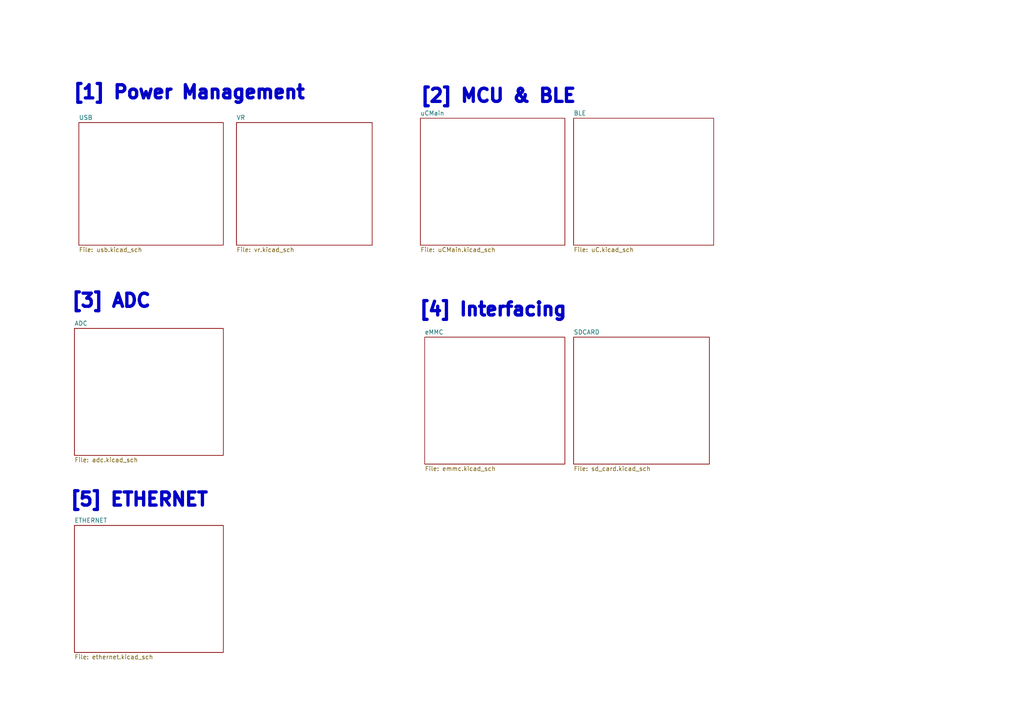
<source format=kicad_sch>
(kicad_sch
	(version 20231120)
	(generator "eeschema")
	(generator_version "8.0")
	(uuid "e660428c-c9b7-476c-8ac8-2d419f233469")
	(paper "A4")
	(title_block
		(title "Energy Monitoring System")
		(date "2025-10-11")
		(rev "v2.0.0")
		(company "Manufacturing Innovation Network Laboratory (MINLab)")
		(comment 1 "Developed by Vignesh Selvaraj")
	)
	(lib_symbols)
	(text "[1] Power Management\n"
		(exclude_from_sim no)
		(at 54.864 26.924 0)
		(effects
			(font
				(size 3.81 3.81)
				(thickness 1.016)
				(bold yes)
			)
		)
		(uuid "288b3e25-01ad-4e4b-9930-e036e1dc0a31")
	)
	(text "[3] ADC\n"
		(exclude_from_sim no)
		(at 32.258 87.376 0)
		(effects
			(font
				(size 3.81 3.81)
				(thickness 1.016)
				(bold yes)
			)
		)
		(uuid "3eb7d725-c4ca-49f0-81f2-2c7d176d433c")
	)
	(text "[2] MCU & BLE\n"
		(exclude_from_sim no)
		(at 144.526 27.94 0)
		(effects
			(font
				(size 3.81 3.81)
				(thickness 1.016)
				(bold yes)
			)
		)
		(uuid "73a6274f-2343-4a74-9110-f2d23c1a45a6")
	)
	(text "[5] ETHERNET\n"
		(exclude_from_sim no)
		(at 40.386 145.034 0)
		(effects
			(font
				(size 3.81 3.81)
				(thickness 1.016)
				(bold yes)
			)
		)
		(uuid "a4e4b957-845f-4bb6-aed1-d2e912b55758")
	)
	(text "[4] Interfacing\n\n"
		(exclude_from_sim no)
		(at 143.002 92.964 0)
		(effects
			(font
				(size 3.81 3.81)
				(thickness 1.016)
				(bold yes)
			)
		)
		(uuid "efad8227-ab9a-4e09-8a36-9484ff0e10e6")
	)
	(sheet
		(at 166.37 97.79)
		(size 39.37 36.83)
		(fields_autoplaced yes)
		(stroke
			(width 0.1524)
			(type solid)
		)
		(fill
			(color 0 0 0 0.0000)
		)
		(uuid "107b47ad-de26-4dce-b636-52b3b123a40b")
		(property "Sheetname" "SDCARD"
			(at 166.37 97.0784 0)
			(effects
				(font
					(size 1.27 1.27)
				)
				(justify left bottom)
			)
		)
		(property "Sheetfile" "sd_card.kicad_sch"
			(at 166.37 135.2046 0)
			(effects
				(font
					(size 1.27 1.27)
				)
				(justify left top)
			)
		)
		(instances
			(project "EnergyMonitoringSystem"
				(path "/e660428c-c9b7-476c-8ac8-2d419f233469"
					(page "7")
				)
			)
		)
	)
	(sheet
		(at 21.59 152.4)
		(size 43.18 36.83)
		(fields_autoplaced yes)
		(stroke
			(width 0.1524)
			(type solid)
		)
		(fill
			(color 0 0 0 0.0000)
		)
		(uuid "226bef4b-1d5d-48eb-b4d8-e2f18f5b1a03")
		(property "Sheetname" "ETHERNET"
			(at 21.59 151.6884 0)
			(effects
				(font
					(size 1.27 1.27)
				)
				(justify left bottom)
			)
		)
		(property "Sheetfile" "ethernet.kicad_sch"
			(at 21.59 189.8146 0)
			(effects
				(font
					(size 1.27 1.27)
				)
				(justify left top)
			)
		)
		(instances
			(project "EnergyMonitoringSystem"
				(path "/e660428c-c9b7-476c-8ac8-2d419f233469"
					(page "8")
				)
			)
		)
	)
	(sheet
		(at 68.58 35.56)
		(size 39.37 35.56)
		(fields_autoplaced yes)
		(stroke
			(width 0.1524)
			(type solid)
		)
		(fill
			(color 0 0 0 0.0000)
		)
		(uuid "609e23bd-fab9-4064-b1ef-0a1cfc73d358")
		(property "Sheetname" "VR"
			(at 68.58 34.8484 0)
			(effects
				(font
					(size 1.27 1.27)
				)
				(justify left bottom)
			)
		)
		(property "Sheetfile" "vr.kicad_sch"
			(at 68.58 71.7046 0)
			(effects
				(font
					(size 1.27 1.27)
				)
				(justify left top)
			)
		)
		(instances
			(project "EnergyMonitoringSystem"
				(path "/e660428c-c9b7-476c-8ac8-2d419f233469"
					(page "3")
				)
			)
		)
	)
	(sheet
		(at 22.86 35.56)
		(size 41.91 35.56)
		(fields_autoplaced yes)
		(stroke
			(width 0.1524)
			(type solid)
		)
		(fill
			(color 0 0 0 0.0000)
		)
		(uuid "7dd15615-8075-471d-b8bf-599b8660331d")
		(property "Sheetname" "USB"
			(at 22.86 34.8484 0)
			(effects
				(font
					(size 1.27 1.27)
				)
				(justify left bottom)
			)
		)
		(property "Sheetfile" "usb.kicad_sch"
			(at 22.86 71.7046 0)
			(effects
				(font
					(size 1.27 1.27)
				)
				(justify left top)
			)
		)
		(instances
			(project "EnergyMonitoringSystem"
				(path "/e660428c-c9b7-476c-8ac8-2d419f233469"
					(page "2")
				)
			)
		)
	)
	(sheet
		(at 21.59 95.25)
		(size 43.18 36.83)
		(fields_autoplaced yes)
		(stroke
			(width 0.1524)
			(type solid)
		)
		(fill
			(color 0 0 0 0.0000)
		)
		(uuid "817d89b0-4ccf-433f-9d8b-ff122ae0551e")
		(property "Sheetname" "ADC"
			(at 21.59 94.5384 0)
			(effects
				(font
					(size 1.27 1.27)
				)
				(justify left bottom)
			)
		)
		(property "Sheetfile" "adc.kicad_sch"
			(at 21.59 132.6646 0)
			(effects
				(font
					(size 1.27 1.27)
				)
				(justify left top)
			)
		)
		(instances
			(project "EnergyMonitoringSystem"
				(path "/e660428c-c9b7-476c-8ac8-2d419f233469"
					(page "6")
				)
			)
		)
	)
	(sheet
		(at 123.19 97.79)
		(size 40.64 36.83)
		(fields_autoplaced yes)
		(stroke
			(width 0.1524)
			(type solid)
		)
		(fill
			(color 0 0 0 0.0000)
		)
		(uuid "abbcaca0-0b45-4de8-86ef-a8249be36b44")
		(property "Sheetname" "eMMC"
			(at 123.19 97.0784 0)
			(effects
				(font
					(size 1.27 1.27)
				)
				(justify left bottom)
			)
		)
		(property "Sheetfile" "emmc.kicad_sch"
			(at 123.19 135.2046 0)
			(effects
				(font
					(size 1.27 1.27)
				)
				(justify left top)
			)
		)
		(instances
			(project "EnergyMonitoringSystem"
				(path "/e660428c-c9b7-476c-8ac8-2d419f233469"
					(page "9")
				)
			)
		)
	)
	(sheet
		(at 121.92 34.29)
		(size 41.91 36.83)
		(fields_autoplaced yes)
		(stroke
			(width 0.1524)
			(type solid)
		)
		(fill
			(color 0 0 0 0.0000)
		)
		(uuid "cbc904b9-333e-4714-b631-f1a18fb6652e")
		(property "Sheetname" "uCMain"
			(at 121.92 33.5784 0)
			(effects
				(font
					(size 1.27 1.27)
				)
				(justify left bottom)
			)
		)
		(property "Sheetfile" "uCMain.kicad_sch"
			(at 121.92 71.7046 0)
			(effects
				(font
					(size 1.27 1.27)
				)
				(justify left top)
			)
		)
		(instances
			(project "EnergyMonitoringSystem"
				(path "/e660428c-c9b7-476c-8ac8-2d419f233469"
					(page "4")
				)
			)
		)
	)
	(sheet
		(at 166.37 34.29)
		(size 40.64 36.83)
		(fields_autoplaced yes)
		(stroke
			(width 0.1524)
			(type solid)
		)
		(fill
			(color 0 0 0 0.0000)
		)
		(uuid "f7438c3d-eabe-4528-b0fe-8c919241641f")
		(property "Sheetname" "BLE"
			(at 166.37 33.5784 0)
			(effects
				(font
					(size 1.27 1.27)
				)
				(justify left bottom)
			)
		)
		(property "Sheetfile" "uC.kicad_sch"
			(at 166.37 71.7046 0)
			(effects
				(font
					(size 1.27 1.27)
				)
				(justify left top)
			)
		)
		(instances
			(project "EnergyMonitoringSystem"
				(path "/e660428c-c9b7-476c-8ac8-2d419f233469"
					(page "5")
				)
			)
		)
	)
	(sheet_instances
		(path "/"
			(page "1")
		)
	)
)

</source>
